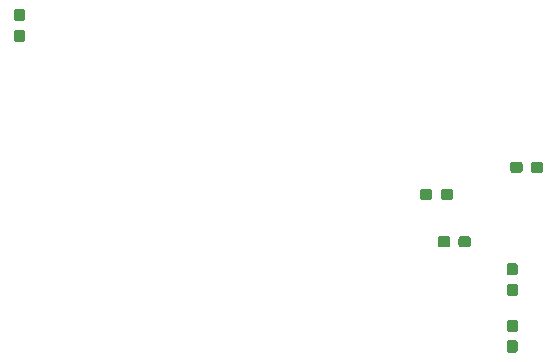
<source format=gbr>
%TF.GenerationSoftware,KiCad,Pcbnew,(5.1.4)-1*%
%TF.CreationDate,2020-12-20T21:21:52+02:00*%
%TF.ProjectId,Borta Dators,426f7274-6120-4446-9174-6f72732e6b69,rev?*%
%TF.SameCoordinates,Original*%
%TF.FileFunction,Paste,Bot*%
%TF.FilePolarity,Positive*%
%FSLAX46Y46*%
G04 Gerber Fmt 4.6, Leading zero omitted, Abs format (unit mm)*
G04 Created by KiCad (PCBNEW (5.1.4)-1) date 2020-12-20 21:21:52*
%MOMM*%
%LPD*%
G04 APERTURE LIST*
%ADD10C,0.100000*%
%ADD11C,0.950000*%
G04 APERTURE END LIST*
D10*
%TO.C,C3*%
G36*
X96710779Y-86221144D02*
G01*
X96733834Y-86224563D01*
X96756443Y-86230227D01*
X96778387Y-86238079D01*
X96799457Y-86248044D01*
X96819448Y-86260026D01*
X96838168Y-86273910D01*
X96855438Y-86289562D01*
X96871090Y-86306832D01*
X96884974Y-86325552D01*
X96896956Y-86345543D01*
X96906921Y-86366613D01*
X96914773Y-86388557D01*
X96920437Y-86411166D01*
X96923856Y-86434221D01*
X96925000Y-86457500D01*
X96925000Y-87032500D01*
X96923856Y-87055779D01*
X96920437Y-87078834D01*
X96914773Y-87101443D01*
X96906921Y-87123387D01*
X96896956Y-87144457D01*
X96884974Y-87164448D01*
X96871090Y-87183168D01*
X96855438Y-87200438D01*
X96838168Y-87216090D01*
X96819448Y-87229974D01*
X96799457Y-87241956D01*
X96778387Y-87251921D01*
X96756443Y-87259773D01*
X96733834Y-87265437D01*
X96710779Y-87268856D01*
X96687500Y-87270000D01*
X96212500Y-87270000D01*
X96189221Y-87268856D01*
X96166166Y-87265437D01*
X96143557Y-87259773D01*
X96121613Y-87251921D01*
X96100543Y-87241956D01*
X96080552Y-87229974D01*
X96061832Y-87216090D01*
X96044562Y-87200438D01*
X96028910Y-87183168D01*
X96015026Y-87164448D01*
X96003044Y-87144457D01*
X95993079Y-87123387D01*
X95985227Y-87101443D01*
X95979563Y-87078834D01*
X95976144Y-87055779D01*
X95975000Y-87032500D01*
X95975000Y-86457500D01*
X95976144Y-86434221D01*
X95979563Y-86411166D01*
X95985227Y-86388557D01*
X95993079Y-86366613D01*
X96003044Y-86345543D01*
X96015026Y-86325552D01*
X96028910Y-86306832D01*
X96044562Y-86289562D01*
X96061832Y-86273910D01*
X96080552Y-86260026D01*
X96100543Y-86248044D01*
X96121613Y-86238079D01*
X96143557Y-86230227D01*
X96166166Y-86224563D01*
X96189221Y-86221144D01*
X96212500Y-86220000D01*
X96687500Y-86220000D01*
X96710779Y-86221144D01*
X96710779Y-86221144D01*
G37*
D11*
X96450000Y-86745000D03*
D10*
G36*
X96710779Y-84471144D02*
G01*
X96733834Y-84474563D01*
X96756443Y-84480227D01*
X96778387Y-84488079D01*
X96799457Y-84498044D01*
X96819448Y-84510026D01*
X96838168Y-84523910D01*
X96855438Y-84539562D01*
X96871090Y-84556832D01*
X96884974Y-84575552D01*
X96896956Y-84595543D01*
X96906921Y-84616613D01*
X96914773Y-84638557D01*
X96920437Y-84661166D01*
X96923856Y-84684221D01*
X96925000Y-84707500D01*
X96925000Y-85282500D01*
X96923856Y-85305779D01*
X96920437Y-85328834D01*
X96914773Y-85351443D01*
X96906921Y-85373387D01*
X96896956Y-85394457D01*
X96884974Y-85414448D01*
X96871090Y-85433168D01*
X96855438Y-85450438D01*
X96838168Y-85466090D01*
X96819448Y-85479974D01*
X96799457Y-85491956D01*
X96778387Y-85501921D01*
X96756443Y-85509773D01*
X96733834Y-85515437D01*
X96710779Y-85518856D01*
X96687500Y-85520000D01*
X96212500Y-85520000D01*
X96189221Y-85518856D01*
X96166166Y-85515437D01*
X96143557Y-85509773D01*
X96121613Y-85501921D01*
X96100543Y-85491956D01*
X96080552Y-85479974D01*
X96061832Y-85466090D01*
X96044562Y-85450438D01*
X96028910Y-85433168D01*
X96015026Y-85414448D01*
X96003044Y-85394457D01*
X95993079Y-85373387D01*
X95985227Y-85351443D01*
X95979563Y-85328834D01*
X95976144Y-85305779D01*
X95975000Y-85282500D01*
X95975000Y-84707500D01*
X95976144Y-84684221D01*
X95979563Y-84661166D01*
X95985227Y-84638557D01*
X95993079Y-84616613D01*
X96003044Y-84595543D01*
X96015026Y-84575552D01*
X96028910Y-84556832D01*
X96044562Y-84539562D01*
X96061832Y-84523910D01*
X96080552Y-84510026D01*
X96100543Y-84498044D01*
X96121613Y-84488079D01*
X96143557Y-84480227D01*
X96166166Y-84474563D01*
X96189221Y-84471144D01*
X96212500Y-84470000D01*
X96687500Y-84470000D01*
X96710779Y-84471144D01*
X96710779Y-84471144D01*
G37*
D11*
X96450000Y-84995000D03*
%TD*%
D10*
%TO.C,R15*%
G36*
X138420779Y-110771144D02*
G01*
X138443834Y-110774563D01*
X138466443Y-110780227D01*
X138488387Y-110788079D01*
X138509457Y-110798044D01*
X138529448Y-110810026D01*
X138548168Y-110823910D01*
X138565438Y-110839562D01*
X138581090Y-110856832D01*
X138594974Y-110875552D01*
X138606956Y-110895543D01*
X138616921Y-110916613D01*
X138624773Y-110938557D01*
X138630437Y-110961166D01*
X138633856Y-110984221D01*
X138635000Y-111007500D01*
X138635000Y-111582500D01*
X138633856Y-111605779D01*
X138630437Y-111628834D01*
X138624773Y-111651443D01*
X138616921Y-111673387D01*
X138606956Y-111694457D01*
X138594974Y-111714448D01*
X138581090Y-111733168D01*
X138565438Y-111750438D01*
X138548168Y-111766090D01*
X138529448Y-111779974D01*
X138509457Y-111791956D01*
X138488387Y-111801921D01*
X138466443Y-111809773D01*
X138443834Y-111815437D01*
X138420779Y-111818856D01*
X138397500Y-111820000D01*
X137922500Y-111820000D01*
X137899221Y-111818856D01*
X137876166Y-111815437D01*
X137853557Y-111809773D01*
X137831613Y-111801921D01*
X137810543Y-111791956D01*
X137790552Y-111779974D01*
X137771832Y-111766090D01*
X137754562Y-111750438D01*
X137738910Y-111733168D01*
X137725026Y-111714448D01*
X137713044Y-111694457D01*
X137703079Y-111673387D01*
X137695227Y-111651443D01*
X137689563Y-111628834D01*
X137686144Y-111605779D01*
X137685000Y-111582500D01*
X137685000Y-111007500D01*
X137686144Y-110984221D01*
X137689563Y-110961166D01*
X137695227Y-110938557D01*
X137703079Y-110916613D01*
X137713044Y-110895543D01*
X137725026Y-110875552D01*
X137738910Y-110856832D01*
X137754562Y-110839562D01*
X137771832Y-110823910D01*
X137790552Y-110810026D01*
X137810543Y-110798044D01*
X137831613Y-110788079D01*
X137853557Y-110780227D01*
X137876166Y-110774563D01*
X137899221Y-110771144D01*
X137922500Y-110770000D01*
X138397500Y-110770000D01*
X138420779Y-110771144D01*
X138420779Y-110771144D01*
G37*
D11*
X138160000Y-111295000D03*
D10*
G36*
X138420779Y-112521144D02*
G01*
X138443834Y-112524563D01*
X138466443Y-112530227D01*
X138488387Y-112538079D01*
X138509457Y-112548044D01*
X138529448Y-112560026D01*
X138548168Y-112573910D01*
X138565438Y-112589562D01*
X138581090Y-112606832D01*
X138594974Y-112625552D01*
X138606956Y-112645543D01*
X138616921Y-112666613D01*
X138624773Y-112688557D01*
X138630437Y-112711166D01*
X138633856Y-112734221D01*
X138635000Y-112757500D01*
X138635000Y-113332500D01*
X138633856Y-113355779D01*
X138630437Y-113378834D01*
X138624773Y-113401443D01*
X138616921Y-113423387D01*
X138606956Y-113444457D01*
X138594974Y-113464448D01*
X138581090Y-113483168D01*
X138565438Y-113500438D01*
X138548168Y-113516090D01*
X138529448Y-113529974D01*
X138509457Y-113541956D01*
X138488387Y-113551921D01*
X138466443Y-113559773D01*
X138443834Y-113565437D01*
X138420779Y-113568856D01*
X138397500Y-113570000D01*
X137922500Y-113570000D01*
X137899221Y-113568856D01*
X137876166Y-113565437D01*
X137853557Y-113559773D01*
X137831613Y-113551921D01*
X137810543Y-113541956D01*
X137790552Y-113529974D01*
X137771832Y-113516090D01*
X137754562Y-113500438D01*
X137738910Y-113483168D01*
X137725026Y-113464448D01*
X137713044Y-113444457D01*
X137703079Y-113423387D01*
X137695227Y-113401443D01*
X137689563Y-113378834D01*
X137686144Y-113355779D01*
X137685000Y-113332500D01*
X137685000Y-112757500D01*
X137686144Y-112734221D01*
X137689563Y-112711166D01*
X137695227Y-112688557D01*
X137703079Y-112666613D01*
X137713044Y-112645543D01*
X137725026Y-112625552D01*
X137738910Y-112606832D01*
X137754562Y-112589562D01*
X137771832Y-112573910D01*
X137790552Y-112560026D01*
X137810543Y-112548044D01*
X137831613Y-112538079D01*
X137853557Y-112530227D01*
X137876166Y-112524563D01*
X137899221Y-112521144D01*
X137922500Y-112520000D01*
X138397500Y-112520000D01*
X138420779Y-112521144D01*
X138420779Y-112521144D01*
G37*
D11*
X138160000Y-113045000D03*
%TD*%
D10*
%TO.C,R16*%
G36*
X138420779Y-107721144D02*
G01*
X138443834Y-107724563D01*
X138466443Y-107730227D01*
X138488387Y-107738079D01*
X138509457Y-107748044D01*
X138529448Y-107760026D01*
X138548168Y-107773910D01*
X138565438Y-107789562D01*
X138581090Y-107806832D01*
X138594974Y-107825552D01*
X138606956Y-107845543D01*
X138616921Y-107866613D01*
X138624773Y-107888557D01*
X138630437Y-107911166D01*
X138633856Y-107934221D01*
X138635000Y-107957500D01*
X138635000Y-108532500D01*
X138633856Y-108555779D01*
X138630437Y-108578834D01*
X138624773Y-108601443D01*
X138616921Y-108623387D01*
X138606956Y-108644457D01*
X138594974Y-108664448D01*
X138581090Y-108683168D01*
X138565438Y-108700438D01*
X138548168Y-108716090D01*
X138529448Y-108729974D01*
X138509457Y-108741956D01*
X138488387Y-108751921D01*
X138466443Y-108759773D01*
X138443834Y-108765437D01*
X138420779Y-108768856D01*
X138397500Y-108770000D01*
X137922500Y-108770000D01*
X137899221Y-108768856D01*
X137876166Y-108765437D01*
X137853557Y-108759773D01*
X137831613Y-108751921D01*
X137810543Y-108741956D01*
X137790552Y-108729974D01*
X137771832Y-108716090D01*
X137754562Y-108700438D01*
X137738910Y-108683168D01*
X137725026Y-108664448D01*
X137713044Y-108644457D01*
X137703079Y-108623387D01*
X137695227Y-108601443D01*
X137689563Y-108578834D01*
X137686144Y-108555779D01*
X137685000Y-108532500D01*
X137685000Y-107957500D01*
X137686144Y-107934221D01*
X137689563Y-107911166D01*
X137695227Y-107888557D01*
X137703079Y-107866613D01*
X137713044Y-107845543D01*
X137725026Y-107825552D01*
X137738910Y-107806832D01*
X137754562Y-107789562D01*
X137771832Y-107773910D01*
X137790552Y-107760026D01*
X137810543Y-107748044D01*
X137831613Y-107738079D01*
X137853557Y-107730227D01*
X137876166Y-107724563D01*
X137899221Y-107721144D01*
X137922500Y-107720000D01*
X138397500Y-107720000D01*
X138420779Y-107721144D01*
X138420779Y-107721144D01*
G37*
D11*
X138160000Y-108245000D03*
D10*
G36*
X138420779Y-105971144D02*
G01*
X138443834Y-105974563D01*
X138466443Y-105980227D01*
X138488387Y-105988079D01*
X138509457Y-105998044D01*
X138529448Y-106010026D01*
X138548168Y-106023910D01*
X138565438Y-106039562D01*
X138581090Y-106056832D01*
X138594974Y-106075552D01*
X138606956Y-106095543D01*
X138616921Y-106116613D01*
X138624773Y-106138557D01*
X138630437Y-106161166D01*
X138633856Y-106184221D01*
X138635000Y-106207500D01*
X138635000Y-106782500D01*
X138633856Y-106805779D01*
X138630437Y-106828834D01*
X138624773Y-106851443D01*
X138616921Y-106873387D01*
X138606956Y-106894457D01*
X138594974Y-106914448D01*
X138581090Y-106933168D01*
X138565438Y-106950438D01*
X138548168Y-106966090D01*
X138529448Y-106979974D01*
X138509457Y-106991956D01*
X138488387Y-107001921D01*
X138466443Y-107009773D01*
X138443834Y-107015437D01*
X138420779Y-107018856D01*
X138397500Y-107020000D01*
X137922500Y-107020000D01*
X137899221Y-107018856D01*
X137876166Y-107015437D01*
X137853557Y-107009773D01*
X137831613Y-107001921D01*
X137810543Y-106991956D01*
X137790552Y-106979974D01*
X137771832Y-106966090D01*
X137754562Y-106950438D01*
X137738910Y-106933168D01*
X137725026Y-106914448D01*
X137713044Y-106894457D01*
X137703079Y-106873387D01*
X137695227Y-106851443D01*
X137689563Y-106828834D01*
X137686144Y-106805779D01*
X137685000Y-106782500D01*
X137685000Y-106207500D01*
X137686144Y-106184221D01*
X137689563Y-106161166D01*
X137695227Y-106138557D01*
X137703079Y-106116613D01*
X137713044Y-106095543D01*
X137725026Y-106075552D01*
X137738910Y-106056832D01*
X137754562Y-106039562D01*
X137771832Y-106023910D01*
X137790552Y-106010026D01*
X137810543Y-105998044D01*
X137831613Y-105988079D01*
X137853557Y-105980227D01*
X137876166Y-105974563D01*
X137899221Y-105971144D01*
X137922500Y-105970000D01*
X138397500Y-105970000D01*
X138420779Y-105971144D01*
X138420779Y-105971144D01*
G37*
D11*
X138160000Y-106495000D03*
%TD*%
D10*
%TO.C,R17*%
G36*
X134455779Y-103696144D02*
G01*
X134478834Y-103699563D01*
X134501443Y-103705227D01*
X134523387Y-103713079D01*
X134544457Y-103723044D01*
X134564448Y-103735026D01*
X134583168Y-103748910D01*
X134600438Y-103764562D01*
X134616090Y-103781832D01*
X134629974Y-103800552D01*
X134641956Y-103820543D01*
X134651921Y-103841613D01*
X134659773Y-103863557D01*
X134665437Y-103886166D01*
X134668856Y-103909221D01*
X134670000Y-103932500D01*
X134670000Y-104407500D01*
X134668856Y-104430779D01*
X134665437Y-104453834D01*
X134659773Y-104476443D01*
X134651921Y-104498387D01*
X134641956Y-104519457D01*
X134629974Y-104539448D01*
X134616090Y-104558168D01*
X134600438Y-104575438D01*
X134583168Y-104591090D01*
X134564448Y-104604974D01*
X134544457Y-104616956D01*
X134523387Y-104626921D01*
X134501443Y-104634773D01*
X134478834Y-104640437D01*
X134455779Y-104643856D01*
X134432500Y-104645000D01*
X133857500Y-104645000D01*
X133834221Y-104643856D01*
X133811166Y-104640437D01*
X133788557Y-104634773D01*
X133766613Y-104626921D01*
X133745543Y-104616956D01*
X133725552Y-104604974D01*
X133706832Y-104591090D01*
X133689562Y-104575438D01*
X133673910Y-104558168D01*
X133660026Y-104539448D01*
X133648044Y-104519457D01*
X133638079Y-104498387D01*
X133630227Y-104476443D01*
X133624563Y-104453834D01*
X133621144Y-104430779D01*
X133620000Y-104407500D01*
X133620000Y-103932500D01*
X133621144Y-103909221D01*
X133624563Y-103886166D01*
X133630227Y-103863557D01*
X133638079Y-103841613D01*
X133648044Y-103820543D01*
X133660026Y-103800552D01*
X133673910Y-103781832D01*
X133689562Y-103764562D01*
X133706832Y-103748910D01*
X133725552Y-103735026D01*
X133745543Y-103723044D01*
X133766613Y-103713079D01*
X133788557Y-103705227D01*
X133811166Y-103699563D01*
X133834221Y-103696144D01*
X133857500Y-103695000D01*
X134432500Y-103695000D01*
X134455779Y-103696144D01*
X134455779Y-103696144D01*
G37*
D11*
X134145000Y-104170000D03*
D10*
G36*
X132705779Y-103696144D02*
G01*
X132728834Y-103699563D01*
X132751443Y-103705227D01*
X132773387Y-103713079D01*
X132794457Y-103723044D01*
X132814448Y-103735026D01*
X132833168Y-103748910D01*
X132850438Y-103764562D01*
X132866090Y-103781832D01*
X132879974Y-103800552D01*
X132891956Y-103820543D01*
X132901921Y-103841613D01*
X132909773Y-103863557D01*
X132915437Y-103886166D01*
X132918856Y-103909221D01*
X132920000Y-103932500D01*
X132920000Y-104407500D01*
X132918856Y-104430779D01*
X132915437Y-104453834D01*
X132909773Y-104476443D01*
X132901921Y-104498387D01*
X132891956Y-104519457D01*
X132879974Y-104539448D01*
X132866090Y-104558168D01*
X132850438Y-104575438D01*
X132833168Y-104591090D01*
X132814448Y-104604974D01*
X132794457Y-104616956D01*
X132773387Y-104626921D01*
X132751443Y-104634773D01*
X132728834Y-104640437D01*
X132705779Y-104643856D01*
X132682500Y-104645000D01*
X132107500Y-104645000D01*
X132084221Y-104643856D01*
X132061166Y-104640437D01*
X132038557Y-104634773D01*
X132016613Y-104626921D01*
X131995543Y-104616956D01*
X131975552Y-104604974D01*
X131956832Y-104591090D01*
X131939562Y-104575438D01*
X131923910Y-104558168D01*
X131910026Y-104539448D01*
X131898044Y-104519457D01*
X131888079Y-104498387D01*
X131880227Y-104476443D01*
X131874563Y-104453834D01*
X131871144Y-104430779D01*
X131870000Y-104407500D01*
X131870000Y-103932500D01*
X131871144Y-103909221D01*
X131874563Y-103886166D01*
X131880227Y-103863557D01*
X131888079Y-103841613D01*
X131898044Y-103820543D01*
X131910026Y-103800552D01*
X131923910Y-103781832D01*
X131939562Y-103764562D01*
X131956832Y-103748910D01*
X131975552Y-103735026D01*
X131995543Y-103723044D01*
X132016613Y-103713079D01*
X132038557Y-103705227D01*
X132061166Y-103699563D01*
X132084221Y-103696144D01*
X132107500Y-103695000D01*
X132682500Y-103695000D01*
X132705779Y-103696144D01*
X132705779Y-103696144D01*
G37*
D11*
X132395000Y-104170000D03*
%TD*%
D10*
%TO.C,R18*%
G36*
X140585779Y-97396144D02*
G01*
X140608834Y-97399563D01*
X140631443Y-97405227D01*
X140653387Y-97413079D01*
X140674457Y-97423044D01*
X140694448Y-97435026D01*
X140713168Y-97448910D01*
X140730438Y-97464562D01*
X140746090Y-97481832D01*
X140759974Y-97500552D01*
X140771956Y-97520543D01*
X140781921Y-97541613D01*
X140789773Y-97563557D01*
X140795437Y-97586166D01*
X140798856Y-97609221D01*
X140800000Y-97632500D01*
X140800000Y-98107500D01*
X140798856Y-98130779D01*
X140795437Y-98153834D01*
X140789773Y-98176443D01*
X140781921Y-98198387D01*
X140771956Y-98219457D01*
X140759974Y-98239448D01*
X140746090Y-98258168D01*
X140730438Y-98275438D01*
X140713168Y-98291090D01*
X140694448Y-98304974D01*
X140674457Y-98316956D01*
X140653387Y-98326921D01*
X140631443Y-98334773D01*
X140608834Y-98340437D01*
X140585779Y-98343856D01*
X140562500Y-98345000D01*
X139987500Y-98345000D01*
X139964221Y-98343856D01*
X139941166Y-98340437D01*
X139918557Y-98334773D01*
X139896613Y-98326921D01*
X139875543Y-98316956D01*
X139855552Y-98304974D01*
X139836832Y-98291090D01*
X139819562Y-98275438D01*
X139803910Y-98258168D01*
X139790026Y-98239448D01*
X139778044Y-98219457D01*
X139768079Y-98198387D01*
X139760227Y-98176443D01*
X139754563Y-98153834D01*
X139751144Y-98130779D01*
X139750000Y-98107500D01*
X139750000Y-97632500D01*
X139751144Y-97609221D01*
X139754563Y-97586166D01*
X139760227Y-97563557D01*
X139768079Y-97541613D01*
X139778044Y-97520543D01*
X139790026Y-97500552D01*
X139803910Y-97481832D01*
X139819562Y-97464562D01*
X139836832Y-97448910D01*
X139855552Y-97435026D01*
X139875543Y-97423044D01*
X139896613Y-97413079D01*
X139918557Y-97405227D01*
X139941166Y-97399563D01*
X139964221Y-97396144D01*
X139987500Y-97395000D01*
X140562500Y-97395000D01*
X140585779Y-97396144D01*
X140585779Y-97396144D01*
G37*
D11*
X140275000Y-97870000D03*
D10*
G36*
X138835779Y-97396144D02*
G01*
X138858834Y-97399563D01*
X138881443Y-97405227D01*
X138903387Y-97413079D01*
X138924457Y-97423044D01*
X138944448Y-97435026D01*
X138963168Y-97448910D01*
X138980438Y-97464562D01*
X138996090Y-97481832D01*
X139009974Y-97500552D01*
X139021956Y-97520543D01*
X139031921Y-97541613D01*
X139039773Y-97563557D01*
X139045437Y-97586166D01*
X139048856Y-97609221D01*
X139050000Y-97632500D01*
X139050000Y-98107500D01*
X139048856Y-98130779D01*
X139045437Y-98153834D01*
X139039773Y-98176443D01*
X139031921Y-98198387D01*
X139021956Y-98219457D01*
X139009974Y-98239448D01*
X138996090Y-98258168D01*
X138980438Y-98275438D01*
X138963168Y-98291090D01*
X138944448Y-98304974D01*
X138924457Y-98316956D01*
X138903387Y-98326921D01*
X138881443Y-98334773D01*
X138858834Y-98340437D01*
X138835779Y-98343856D01*
X138812500Y-98345000D01*
X138237500Y-98345000D01*
X138214221Y-98343856D01*
X138191166Y-98340437D01*
X138168557Y-98334773D01*
X138146613Y-98326921D01*
X138125543Y-98316956D01*
X138105552Y-98304974D01*
X138086832Y-98291090D01*
X138069562Y-98275438D01*
X138053910Y-98258168D01*
X138040026Y-98239448D01*
X138028044Y-98219457D01*
X138018079Y-98198387D01*
X138010227Y-98176443D01*
X138004563Y-98153834D01*
X138001144Y-98130779D01*
X138000000Y-98107500D01*
X138000000Y-97632500D01*
X138001144Y-97609221D01*
X138004563Y-97586166D01*
X138010227Y-97563557D01*
X138018079Y-97541613D01*
X138028044Y-97520543D01*
X138040026Y-97500552D01*
X138053910Y-97481832D01*
X138069562Y-97464562D01*
X138086832Y-97448910D01*
X138105552Y-97435026D01*
X138125543Y-97423044D01*
X138146613Y-97413079D01*
X138168557Y-97405227D01*
X138191166Y-97399563D01*
X138214221Y-97396144D01*
X138237500Y-97395000D01*
X138812500Y-97395000D01*
X138835779Y-97396144D01*
X138835779Y-97396144D01*
G37*
D11*
X138525000Y-97870000D03*
%TD*%
D10*
%TO.C,R19*%
G36*
X132945779Y-99696144D02*
G01*
X132968834Y-99699563D01*
X132991443Y-99705227D01*
X133013387Y-99713079D01*
X133034457Y-99723044D01*
X133054448Y-99735026D01*
X133073168Y-99748910D01*
X133090438Y-99764562D01*
X133106090Y-99781832D01*
X133119974Y-99800552D01*
X133131956Y-99820543D01*
X133141921Y-99841613D01*
X133149773Y-99863557D01*
X133155437Y-99886166D01*
X133158856Y-99909221D01*
X133160000Y-99932500D01*
X133160000Y-100407500D01*
X133158856Y-100430779D01*
X133155437Y-100453834D01*
X133149773Y-100476443D01*
X133141921Y-100498387D01*
X133131956Y-100519457D01*
X133119974Y-100539448D01*
X133106090Y-100558168D01*
X133090438Y-100575438D01*
X133073168Y-100591090D01*
X133054448Y-100604974D01*
X133034457Y-100616956D01*
X133013387Y-100626921D01*
X132991443Y-100634773D01*
X132968834Y-100640437D01*
X132945779Y-100643856D01*
X132922500Y-100645000D01*
X132347500Y-100645000D01*
X132324221Y-100643856D01*
X132301166Y-100640437D01*
X132278557Y-100634773D01*
X132256613Y-100626921D01*
X132235543Y-100616956D01*
X132215552Y-100604974D01*
X132196832Y-100591090D01*
X132179562Y-100575438D01*
X132163910Y-100558168D01*
X132150026Y-100539448D01*
X132138044Y-100519457D01*
X132128079Y-100498387D01*
X132120227Y-100476443D01*
X132114563Y-100453834D01*
X132111144Y-100430779D01*
X132110000Y-100407500D01*
X132110000Y-99932500D01*
X132111144Y-99909221D01*
X132114563Y-99886166D01*
X132120227Y-99863557D01*
X132128079Y-99841613D01*
X132138044Y-99820543D01*
X132150026Y-99800552D01*
X132163910Y-99781832D01*
X132179562Y-99764562D01*
X132196832Y-99748910D01*
X132215552Y-99735026D01*
X132235543Y-99723044D01*
X132256613Y-99713079D01*
X132278557Y-99705227D01*
X132301166Y-99699563D01*
X132324221Y-99696144D01*
X132347500Y-99695000D01*
X132922500Y-99695000D01*
X132945779Y-99696144D01*
X132945779Y-99696144D01*
G37*
D11*
X132635000Y-100170000D03*
D10*
G36*
X131195779Y-99696144D02*
G01*
X131218834Y-99699563D01*
X131241443Y-99705227D01*
X131263387Y-99713079D01*
X131284457Y-99723044D01*
X131304448Y-99735026D01*
X131323168Y-99748910D01*
X131340438Y-99764562D01*
X131356090Y-99781832D01*
X131369974Y-99800552D01*
X131381956Y-99820543D01*
X131391921Y-99841613D01*
X131399773Y-99863557D01*
X131405437Y-99886166D01*
X131408856Y-99909221D01*
X131410000Y-99932500D01*
X131410000Y-100407500D01*
X131408856Y-100430779D01*
X131405437Y-100453834D01*
X131399773Y-100476443D01*
X131391921Y-100498387D01*
X131381956Y-100519457D01*
X131369974Y-100539448D01*
X131356090Y-100558168D01*
X131340438Y-100575438D01*
X131323168Y-100591090D01*
X131304448Y-100604974D01*
X131284457Y-100616956D01*
X131263387Y-100626921D01*
X131241443Y-100634773D01*
X131218834Y-100640437D01*
X131195779Y-100643856D01*
X131172500Y-100645000D01*
X130597500Y-100645000D01*
X130574221Y-100643856D01*
X130551166Y-100640437D01*
X130528557Y-100634773D01*
X130506613Y-100626921D01*
X130485543Y-100616956D01*
X130465552Y-100604974D01*
X130446832Y-100591090D01*
X130429562Y-100575438D01*
X130413910Y-100558168D01*
X130400026Y-100539448D01*
X130388044Y-100519457D01*
X130378079Y-100498387D01*
X130370227Y-100476443D01*
X130364563Y-100453834D01*
X130361144Y-100430779D01*
X130360000Y-100407500D01*
X130360000Y-99932500D01*
X130361144Y-99909221D01*
X130364563Y-99886166D01*
X130370227Y-99863557D01*
X130378079Y-99841613D01*
X130388044Y-99820543D01*
X130400026Y-99800552D01*
X130413910Y-99781832D01*
X130429562Y-99764562D01*
X130446832Y-99748910D01*
X130465552Y-99735026D01*
X130485543Y-99723044D01*
X130506613Y-99713079D01*
X130528557Y-99705227D01*
X130551166Y-99699563D01*
X130574221Y-99696144D01*
X130597500Y-99695000D01*
X131172500Y-99695000D01*
X131195779Y-99696144D01*
X131195779Y-99696144D01*
G37*
D11*
X130885000Y-100170000D03*
%TD*%
M02*

</source>
